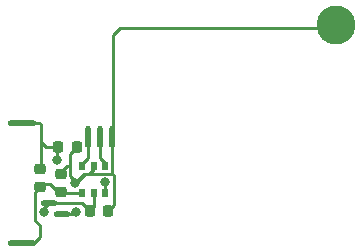
<source format=gbr>
%TF.GenerationSoftware,KiCad,Pcbnew,(6.0.8)*%
%TF.CreationDate,2022-11-07T16:33:32-05:00*%
%TF.ProjectId,3-input-or-gate,332d696e-7075-4742-9d6f-722d67617465,rev?*%
%TF.SameCoordinates,Original*%
%TF.FileFunction,Copper,L1,Top*%
%TF.FilePolarity,Positive*%
%FSLAX46Y46*%
G04 Gerber Fmt 4.6, Leading zero omitted, Abs format (unit mm)*
G04 Created by KiCad (PCBNEW (6.0.8)) date 2022-11-07 16:33:32*
%MOMM*%
%LPD*%
G01*
G04 APERTURE LIST*
G04 Aperture macros list*
%AMRoundRect*
0 Rectangle with rounded corners*
0 $1 Rounding radius*
0 $2 $3 $4 $5 $6 $7 $8 $9 X,Y pos of 4 corners*
0 Add a 4 corners polygon primitive as box body*
4,1,4,$2,$3,$4,$5,$6,$7,$8,$9,$2,$3,0*
0 Add four circle primitives for the rounded corners*
1,1,$1+$1,$2,$3*
1,1,$1+$1,$4,$5*
1,1,$1+$1,$6,$7*
1,1,$1+$1,$8,$9*
0 Add four rect primitives between the rounded corners*
20,1,$1+$1,$2,$3,$4,$5,0*
20,1,$1+$1,$4,$5,$6,$7,0*
20,1,$1+$1,$6,$7,$8,$9,0*
20,1,$1+$1,$8,$9,$2,$3,0*%
G04 Aperture macros list end*
%TA.AperFunction,SMDPad,CuDef*%
%ADD10RoundRect,0.225000X0.250000X-0.225000X0.250000X0.225000X-0.250000X0.225000X-0.250000X-0.225000X0*%
%TD*%
%TA.AperFunction,SMDPad,CuDef*%
%ADD11R,0.510000X0.700000*%
%TD*%
%TA.AperFunction,SMDPad,CuDef*%
%ADD12RoundRect,0.127000X0.508000X0.127000X-0.508000X0.127000X-0.508000X-0.127000X0.508000X-0.127000X0*%
%TD*%
%TA.AperFunction,SMDPad,CuDef*%
%ADD13RoundRect,0.225000X-0.225000X-0.250000X0.225000X-0.250000X0.225000X0.250000X-0.225000X0.250000X0*%
%TD*%
%TA.AperFunction,SMDPad,CuDef*%
%ADD14RoundRect,0.225000X-0.250000X0.225000X-0.250000X-0.225000X0.250000X-0.225000X0.250000X0.225000X0*%
%TD*%
%TA.AperFunction,SMDPad,CuDef*%
%ADD15RoundRect,0.127000X1.016000X0.127000X-1.016000X0.127000X-1.016000X-0.127000X1.016000X-0.127000X0*%
%TD*%
%TA.AperFunction,SMDPad,CuDef*%
%ADD16RoundRect,0.127000X-1.016000X-0.127000X1.016000X-0.127000X1.016000X0.127000X-1.016000X0.127000X0*%
%TD*%
%TA.AperFunction,SMDPad,CuDef*%
%ADD17RoundRect,0.127000X0.127000X-0.762000X0.127000X0.762000X-0.127000X0.762000X-0.127000X-0.762000X0*%
%TD*%
%TA.AperFunction,SMDPad,CuDef*%
%ADD18RoundRect,0.127000X-0.127000X0.762000X-0.127000X-0.762000X0.127000X-0.762000X0.127000X0.762000X0*%
%TD*%
%TA.AperFunction,ComponentPad*%
%ADD19C,3.302000*%
%TD*%
%TA.AperFunction,ViaPad*%
%ADD20C,0.800000*%
%TD*%
%TA.AperFunction,Conductor*%
%ADD21C,0.250000*%
%TD*%
G04 APERTURE END LIST*
D10*
%TO.P,R1,2*%
%TO.N,VCC5V*%
X145000000Y-95765000D03*
%TO.P,R1,3*%
%TO.N,CE*%
X145000000Y-97315000D03*
%TD*%
D11*
%TO.P,U5,1*%
%TO.N,B*%
X150500000Y-95485000D03*
%TO.P,U5,2*%
%TO.N,GND*%
X149550000Y-95485000D03*
%TO.P,U5,3*%
%TO.N,A*%
X148600000Y-95485000D03*
%TO.P,U5,4*%
%TO.N,CE*%
X148600000Y-97805000D03*
%TO.P,U5,5*%
%TO.N,VCC5V*%
X149550000Y-97820000D03*
%TO.P,U5,6*%
%TO.N,C*%
X150500000Y-97805000D03*
%TD*%
D12*
%TO.P,,B*%
%TO.N,C*%
X146890000Y-99575000D03*
%TD*%
D13*
%TO.P,C2,7*%
%TO.N,GND*%
X150750000Y-99315000D03*
%TO.P,C2,8*%
%TO.N,VCC5V*%
X149200000Y-99315000D03*
%TD*%
D14*
%TO.P,R2,5*%
%TO.N,GND*%
X146780000Y-96190000D03*
%TO.P,R2,6*%
%TO.N,CE*%
X146780000Y-97740000D03*
%TD*%
D15*
%TO.P,,1*%
%TO.N,VCC5V*%
X143500000Y-91865000D03*
%TD*%
D16*
%TO.P,,4*%
%TO.N,CE*%
X143500000Y-102015000D03*
%TD*%
D17*
%TO.P,,11*%
%TO.N,A*%
X149100000Y-93015000D03*
%TD*%
D18*
%TO.P,,9*%
%TO.N,GND*%
X151100000Y-93015000D03*
%TD*%
D12*
%TO.P,,B*%
%TO.N,VCC5V*%
X145790000Y-98615000D03*
%TD*%
D18*
%TO.P,,10*%
%TO.N,B*%
X150100000Y-93015000D03*
%TD*%
D13*
%TO.P,C1,5*%
%TO.N,VCC5V*%
X146550000Y-93875000D03*
%TO.P,C1,6*%
%TO.N,GND*%
X148100000Y-93875000D03*
%TD*%
D19*
%TO.P,,9*%
%TO.N,GND*%
X170080000Y-83590000D03*
%TD*%
D20*
%TO.N,VCC5V*%
X146420000Y-94965000D03*
X145335000Y-99365000D03*
%TO.N,C*%
X148040000Y-99374500D03*
%TO.N,GND*%
X148000000Y-96940000D03*
%TO.N,C*%
X150529062Y-96884500D03*
%TD*%
D21*
%TO.N,VCC5V*%
X145335000Y-99365000D02*
X145335000Y-99070000D01*
X145130000Y-92005000D02*
X145130000Y-93495000D01*
X145335000Y-99070000D02*
X145790000Y-98615000D01*
X144990000Y-91865000D02*
X145130000Y-92005000D01*
X143500000Y-91865000D02*
X144990000Y-91865000D01*
%TO.N,C*%
X147839500Y-99575000D02*
X146890000Y-99575000D01*
X148040000Y-99374500D02*
X147839500Y-99575000D01*
%TO.N,VCC5V*%
X149560000Y-97830000D02*
X149550000Y-97820000D01*
X149560000Y-98955000D02*
X149560000Y-97830000D01*
%TO.N,CE*%
X145840000Y-97005000D02*
X146640000Y-97805000D01*
%TO.N,GND*%
X151260000Y-98805000D02*
X150750000Y-99315000D01*
X151260000Y-96300000D02*
X151260000Y-98805000D01*
%TO.N,VCC5V*%
X149200000Y-99315000D02*
X149560000Y-98955000D01*
%TO.N,CE*%
X145310000Y-97005000D02*
X145840000Y-97005000D01*
%TO.N,GND*%
X147280000Y-95535000D02*
X147580000Y-95535000D01*
X148799502Y-96160000D02*
X151080000Y-96160000D01*
X146600000Y-96215000D02*
X147280000Y-95535000D01*
X151100000Y-96140000D02*
X151100000Y-93015000D01*
%TO.N,CE*%
X145000000Y-97315000D02*
X145310000Y-97005000D01*
%TO.N,GND*%
X151100000Y-96140000D02*
X151260000Y-96300000D01*
X148000000Y-96940000D02*
X148019502Y-96940000D01*
X148019502Y-96940000D02*
X148799502Y-96160000D01*
%TO.N,C*%
X150500000Y-97805000D02*
X150500000Y-96913562D01*
X150500000Y-96913562D02*
X150529062Y-96884500D01*
%TO.N,GND*%
X151080000Y-96160000D02*
X151100000Y-96140000D01*
%TO.N,CE*%
X146640000Y-97805000D02*
X148600000Y-97805000D01*
%TO.N,A*%
X149100000Y-94810000D02*
X149100000Y-93015000D01*
X148600000Y-95310000D02*
X149100000Y-94810000D01*
X148600000Y-95485000D02*
X148600000Y-95310000D01*
%TO.N,B*%
X150100000Y-93015000D02*
X150100000Y-94815000D01*
X150100000Y-94815000D02*
X150500000Y-95215000D01*
X150500000Y-95215000D02*
X150500000Y-95485000D01*
%TO.N,VCC5V*%
X145790000Y-98615000D02*
X145825000Y-98650000D01*
X145825000Y-98650000D02*
X148535000Y-98650000D01*
X148535000Y-98650000D02*
X149200000Y-99315000D01*
X146420000Y-94005000D02*
X146550000Y-93875000D01*
X146420000Y-94965000D02*
X146420000Y-94005000D01*
%TO.N,CE*%
X144610500Y-97704500D02*
X145000000Y-97315000D01*
%TO.N,VCC5V*%
X145130000Y-93495000D02*
X145130000Y-95635000D01*
%TO.N,CE*%
X144610500Y-100115500D02*
X144610500Y-97704500D01*
X143500000Y-102015000D02*
X144500000Y-102015000D01*
X145000000Y-100505000D02*
X144610500Y-100115500D01*
X145000000Y-101515000D02*
X145000000Y-100505000D01*
X144500000Y-102015000D02*
X145000000Y-101515000D01*
%TO.N,VCC5V*%
X145130000Y-95635000D02*
X145000000Y-95765000D01*
X145510000Y-93875000D02*
X146550000Y-93875000D01*
X145130000Y-93495000D02*
X145510000Y-93875000D01*
%TO.N,GND*%
X149175000Y-96165000D02*
X149550000Y-95790000D01*
X148000000Y-96940000D02*
X148775000Y-96165000D01*
X148775000Y-96165000D02*
X149175000Y-96165000D01*
X149550000Y-95790000D02*
X149550000Y-95485000D01*
X147560000Y-96320000D02*
X147560000Y-95575000D01*
X147560000Y-94480000D02*
X147775000Y-94265000D01*
X147560000Y-95575000D02*
X147560000Y-94480000D01*
X148000000Y-96760000D02*
X147560000Y-96320000D01*
X148000000Y-96940000D02*
X148000000Y-96760000D01*
X151800000Y-83820000D02*
X169850000Y-83820000D01*
X169850000Y-83820000D02*
X170080000Y-83590000D01*
X151200000Y-92900000D02*
X151200000Y-84420000D01*
X151200000Y-84420000D02*
X151800000Y-83820000D01*
%TD*%
M02*

</source>
